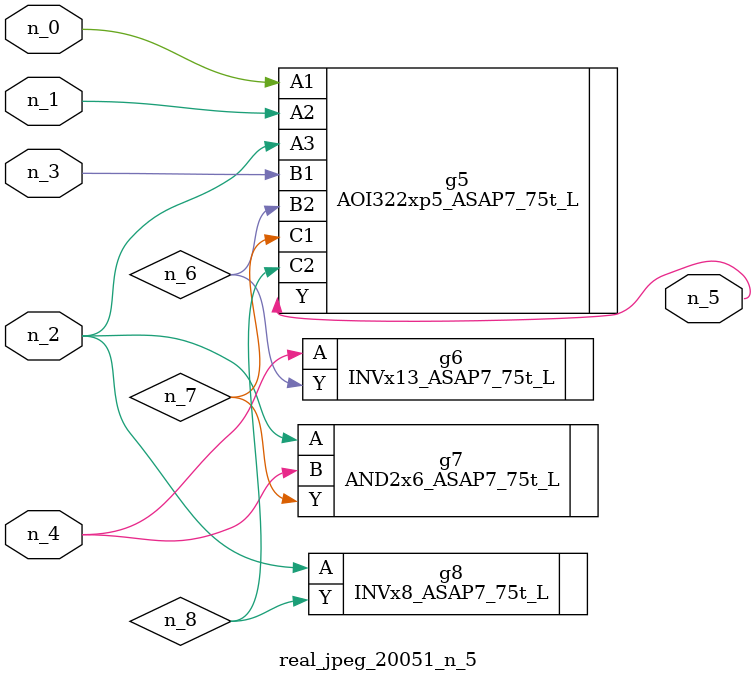
<source format=v>
module real_jpeg_20051_n_5 (n_4, n_0, n_1, n_2, n_3, n_5);

input n_4;
input n_0;
input n_1;
input n_2;
input n_3;

output n_5;

wire n_8;
wire n_6;
wire n_7;

AOI322xp5_ASAP7_75t_L g5 ( 
.A1(n_0),
.A2(n_1),
.A3(n_2),
.B1(n_3),
.B2(n_6),
.C1(n_7),
.C2(n_8),
.Y(n_5)
);

AND2x6_ASAP7_75t_L g7 ( 
.A(n_2),
.B(n_4),
.Y(n_7)
);

INVx8_ASAP7_75t_L g8 ( 
.A(n_2),
.Y(n_8)
);

INVx13_ASAP7_75t_L g6 ( 
.A(n_4),
.Y(n_6)
);


endmodule
</source>
